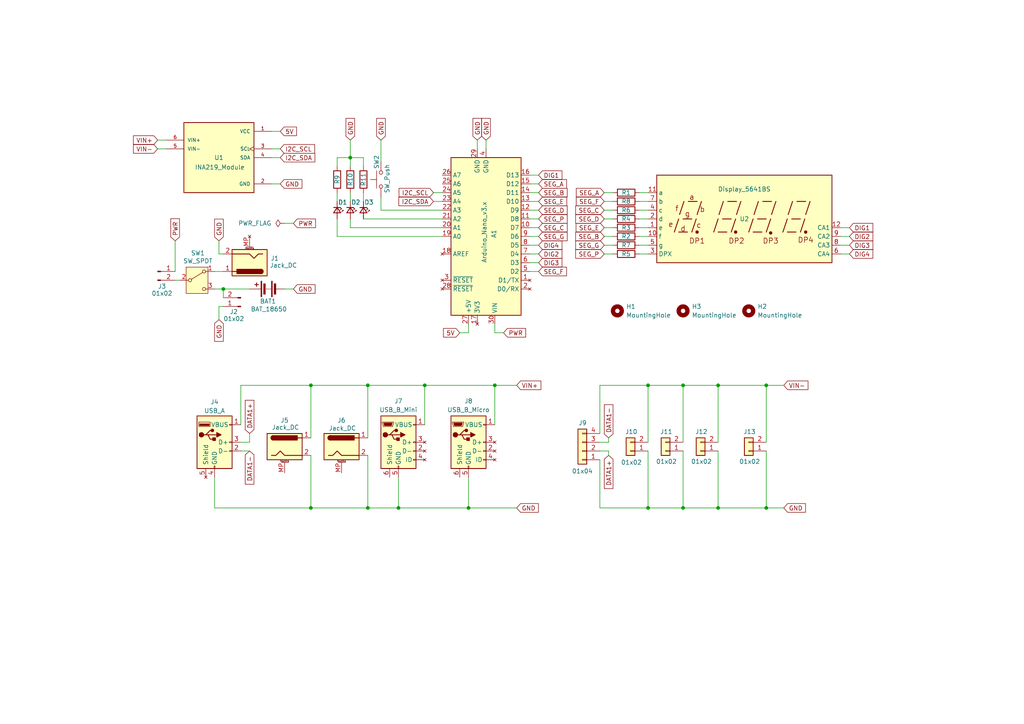
<source format=kicad_sch>
(kicad_sch (version 20250114) (generator "eeschema") (generator_version "9.0")
  (paper "A4")
  (lib_symbols
    (symbol "Barrel_Jack_MountingPin_1" (pin_names (hide yes))
      (property "Reference" "J1" (at -6.35 -1.6257 0))
      (property "Value" "Jack_DC" (at -6.35 0.9143 0))
      (symbol "Barrel_Jack_MountingPin_1_0_1"
        (rectangle (start -5.08 3.81) (end 5.08 -3.81) (stroke (width 0.254)) (fill (type background)))
        (polyline (pts (xy -3.81 -2.54) (xy -2.54 -2.54) (xy -1.27 -1.27) (xy 0 -2.54) (xy 2.54 -2.54) (xy 5.08 -2.54)) (stroke (width 0.254)))
        (arc (start -3.302 1.905) (mid -3.9343 2.54) (end -3.302 3.175) (stroke (width 0.254)))
        (arc (start -3.302 1.905) (mid -3.9343 2.54) (end -3.302 3.175) (stroke (width 0.254)) (fill (type outline)))
        (rectangle (start 3.683 3.175) (end -3.302 1.905) (stroke (width 0.254)) (fill (type outline)))
        (polyline (pts (xy 5.08 2.54) (xy 3.81 2.54)) (stroke (width 0.254)))
      )
      (symbol "Barrel_Jack_MountingPin_1_1_1"
        (polyline (pts (xy -1.016 -4.572) (xy 1.016 -4.572)) (stroke (width 0.1524)))
        (text "Mounting" (at 0 -4.191 0) (effects (font (size 0.381 0.381))))
        (pin no_connect line (at 0 -7.62 90) (length 3.048) (name "MountPin") (number "MP"))
        (pin passive line (at 7.62 2.54 180) (length 2.54) (name "~") (number "1"))
        (pin passive line (at 7.62 -2.54 180) (length 2.54) (name "~") (number "2"))
      )
    )
    (symbol "Barrel_Jack_MountingPin_2" (pin_names (hide yes))
      (property "Reference" "J4" (at 0 8.89 0))
      (property "Value" "Jack_DC" (at 0.254 6.096 0))
      (symbol "Barrel_Jack_MountingPin_2_0_1"
        (rectangle (start -5.08 3.81) (end 5.08 -3.81) (stroke (width 0.254)) (fill (type background)))
        (polyline (pts (xy -3.81 -2.54) (xy -2.54 -2.54) (xy -1.27 -1.27) (xy 0 -2.54) (xy 2.54 -2.54) (xy 5.08 -2.54)) (stroke (width 0.254)))
        (arc (start -3.302 1.905) (mid -3.9343 2.54) (end -3.302 3.175) (stroke (width 0.254)))
        (arc (start -3.302 1.905) (mid -3.9343 2.54) (end -3.302 3.175) (stroke (width 0.254)) (fill (type outline)))
        (rectangle (start 3.683 3.175) (end -3.302 1.905) (stroke (width 0.254)) (fill (type outline)))
        (polyline (pts (xy 5.08 2.54) (xy 3.81 2.54)) (stroke (width 0.254)))
      )
      (symbol "Barrel_Jack_MountingPin_2_1_1"
        (polyline (pts (xy -1.016 -4.572) (xy 1.016 -4.572)) (stroke (width 0.1524)))
        (text "Mounting" (at 0 -4.191 0) (effects (font (size 0.381 0.381))))
        (pin free line (at 0 -7.62 90) (length 3.048) (name "MountPin") (number "MP"))
        (pin power_out line (at 7.62 2.54 180) (length 2.54) (name "~") (number "1"))
        (pin passive line (at 7.62 -2.54 180) (length 2.54) (name "~") (number "2"))
      )
    )
    (symbol "Connector:Barrel_Jack_MountingPin" (pin_names (hide yes))
      (property "Reference" "J5" (at 0 8.89 0))
      (property "Value" "Jack_DC" (at 0.254 5.842 0))
      (symbol "Barrel_Jack_MountingPin_0_1"
        (rectangle (start -5.08 3.81) (end 5.08 -3.81) (stroke (width 0.254)) (fill (type background)))
        (polyline (pts (xy -3.81 -2.54) (xy -2.54 -2.54) (xy -1.27 -1.27) (xy 0 -2.54) (xy 2.54 -2.54) (xy 5.08 -2.54)) (stroke (width 0.254)))
        (arc (start -3.302 1.905) (mid -3.9343 2.54) (end -3.302 3.175) (stroke (width 0.254)))
        (arc (start -3.302 1.905) (mid -3.9343 2.54) (end -3.302 3.175) (stroke (width 0.254)) (fill (type outline)))
        (rectangle (start 3.683 3.175) (end -3.302 1.905) (stroke (width 0.254)) (fill (type outline)))
        (polyline (pts (xy 5.08 2.54) (xy 3.81 2.54)) (stroke (width 0.254)))
      )
      (symbol "Barrel_Jack_MountingPin_1_1"
        (polyline (pts (xy -1.016 -4.572) (xy 1.016 -4.572)) (stroke (width 0.1524)))
        (text "Mounting" (at 0 -4.191 0) (effects (font (size 0.381 0.381))))
        (pin free line (at 0 -7.62 90) (length 3.048) (name "MountPin") (number "MP"))
        (pin power_out line (at 7.62 2.54 180) (length 2.54) (name "~") (number "1"))
        (pin passive line (at 7.62 -2.54 180) (length 2.54) (name "~") (number "2"))
      )
    )
    (symbol "Connector:Conn_01x02_Pin" (pin_names (offset 1.016) (hide yes))
      (property "Reference" "J" (at 0 2.54 0))
      (property "Value" "Conn_01x02_Pin" (at 0 -5.08 0))
      (symbol "Conn_01x02_Pin_1_1"
        (rectangle (start 0.8636 0.127) (end 0 -0.127) (stroke (width 0.1524)) (fill (type outline)))
        (rectangle (start 0.8636 -2.413) (end 0 -2.667) (stroke (width 0.1524)) (fill (type outline)))
        (polyline (pts (xy 1.27 0) (xy 0.8636 0)) (stroke (width 0.1524)))
        (polyline (pts (xy 1.27 -2.54) (xy 0.8636 -2.54)) (stroke (width 0.1524)))
        (pin passive line (at 5.08 0 180) (length 3.81) (name "Pin_1") (number "1"))
        (pin passive line (at 5.08 -2.54 180) (length 3.81) (name "Pin_2") (number "2"))
      )
    )
    (symbol "Connector:USB_A" (pin_names (offset 1.016))
      (property "Reference" "J3" (at 0 12.7 0))
      (property "Value" "USB_A" (at 0 10.16 0))
      (symbol "USB_A_0_1"
        (rectangle (start -5.08 7.62) (end 5.08 -7.62) (stroke (width 0.254)) (fill (type background)))
        (circle (center -3.81 2.159) (radius 0.635) (stroke (width 0.254)) (fill (type outline)))
        (polyline (pts (xy -3.175 2.159) (xy -2.54 2.159) (xy -1.27 3.429) (xy -0.635 3.429)) (stroke (width 0.254)))
        (polyline (pts (xy -2.54 2.159) (xy -1.905 2.159) (xy -1.27 0.889) (xy 0 0.889)) (stroke (width 0.254)))
        (rectangle (start -1.524 4.826) (end -4.318 5.334) (fill (type outline)))
        (rectangle (start -1.27 4.572) (end -4.572 5.842))
        (circle (center -0.635 3.429) (radius 0.381) (stroke (width 0.254)) (fill (type outline)))
        (rectangle (start -0.127 -7.62) (end 0.127 -6.858))
        (rectangle (start 0.254 1.27) (end -0.508 0.508) (stroke (width 0.254)) (fill (type outline)))
        (polyline (pts (xy 0.635 2.794) (xy 0.635 1.524) (xy 1.905 2.159) (xy 0.635 2.794)) (stroke (width 0.254)) (fill (type outline)))
        (rectangle (start 5.08 4.953) (end 4.318 5.207))
        (rectangle (start 5.08 -0.127) (end 4.318 0.127))
        (rectangle (start 5.08 -2.667) (end 4.318 -2.413))
      )
      (symbol "USB_A_1_1"
        (polyline (pts (xy -1.905 2.159) (xy 0.635 2.159)) (stroke (width 0.254)))
        (pin no_connect line (at -2.54 -10.16 90) (length 2.54) (name "Shield") (number "5"))
        (pin passive line (at 0 -10.16 90) (length 2.54) (name "GND") (number "4"))
        (pin power_out line (at 7.62 5.08 180) (length 2.54) (name "VBUS") (number "1"))
        (pin bidirectional line (at 7.62 0 180) (length 2.54) (name "D+") (number "3"))
        (pin bidirectional line (at 7.62 -2.54 180) (length 2.54) (name "D-") (number "2"))
      )
    )
    (symbol "Connector:USB_B_Micro" (pin_names (offset 1.016))
      (property "Reference" "J7" (at 0 12.7 0))
      (property "Value" "USB_B_Micro" (at 0 10.16 0))
      (symbol "USB_B_Micro_0_1"
        (rectangle (start -5.08 7.62) (end 5.08 -7.62) (stroke (width 0.254)) (fill (type background)))
        (polyline (pts (xy -4.699 5.842) (xy -4.699 5.588) (xy -4.445 4.826) (xy -4.445 4.572) (xy -1.651 4.572) (xy -1.651 4.826) (xy -1.397 5.588) (xy -1.397 5.842) (xy -4.699 5.842)))
        (polyline (pts (xy -4.318 5.588) (xy -1.778 5.588) (xy -2.032 4.826) (xy -4.064 4.826) (xy -4.318 5.588)) (fill (type outline)))
        (circle (center -3.81 2.159) (radius 0.635) (stroke (width 0.254)) (fill (type outline)))
        (polyline (pts (xy -3.175 2.159) (xy -2.54 2.159) (xy -1.27 3.429) (xy -0.635 3.429)) (stroke (width 0.254)))
        (polyline (pts (xy -2.54 2.159) (xy -1.905 2.159) (xy -1.27 0.889) (xy 0 0.889)) (stroke (width 0.254)))
        (polyline (pts (xy -1.905 2.159) (xy 0.635 2.159)) (stroke (width 0.254)))
        (circle (center -0.635 3.429) (radius 0.381) (stroke (width 0.254)) (fill (type outline)))
        (rectangle (start -0.127 -7.62) (end 0.127 -6.858))
        (rectangle (start 0.254 1.27) (end -0.508 0.508) (stroke (width 0.254)) (fill (type outline)))
        (polyline (pts (xy 0.635 2.794) (xy 0.635 1.524) (xy 1.905 2.159) (xy 0.635 2.794)) (stroke (width 0.254)) (fill (type outline)))
        (rectangle (start 5.08 4.953) (end 4.318 5.207))
        (rectangle (start 5.08 -0.127) (end 4.318 0.127))
        (rectangle (start 5.08 -2.667) (end 4.318 -2.413))
        (rectangle (start 5.08 -5.207) (end 4.318 -4.953))
      )
      (symbol "USB_B_Micro_1_1"
        (pin free line (at -2.54 -10.16 90) (length 2.54) (name "Shield") (number "6"))
        (pin passive line (at 0 -10.16 90) (length 2.54) (name "GND") (number "5"))
        (pin power_out line (at 7.62 5.08 180) (length 2.54) (name "VBUS") (number "1"))
        (pin no_connect line (at 7.62 0 180) (length 2.54) (name "D+") (number "3"))
        (pin no_connect line (at 7.62 -2.54 180) (length 2.54) (name "D-") (number "2"))
        (pin no_connect line (at 7.62 -5.08 180) (length 2.54) (name "ID") (number "4"))
      )
    )
    (symbol "Connector:USB_B_Mini" (pin_names (offset 1.016))
      (property "Reference" "J6" (at 0 12.7 0))
      (property "Value" "USB_B_Mini" (at 0 10.16 0))
      (symbol "USB_B_Mini_0_1"
        (rectangle (start -5.08 7.62) (end 5.08 -7.62) (stroke (width 0.254)) (fill (type background)))
        (polyline (pts (xy -4.699 5.842) (xy -4.699 5.588) (xy -4.445 4.826) (xy -4.445 4.572) (xy -1.651 4.572) (xy -1.651 4.826) (xy -1.397 5.588) (xy -1.397 5.842) (xy -4.699 5.842)))
        (polyline (pts (xy -4.318 5.588) (xy -1.778 5.588) (xy -2.032 4.826) (xy -4.064 4.826) (xy -4.318 5.588)) (fill (type outline)))
        (circle (center -3.81 2.159) (radius 0.635) (stroke (width 0.254)) (fill (type outline)))
        (polyline (pts (xy -3.175 2.159) (xy -2.54 2.159) (xy -1.27 3.429) (xy -0.635 3.429)) (stroke (width 0.254)))
        (polyline (pts (xy -2.54 2.159) (xy -1.905 2.159) (xy -1.27 0.889) (xy 0 0.889)) (stroke (width 0.254)))
        (polyline (pts (xy -1.905 2.159) (xy 0.635 2.159)) (stroke (width 0.254)))
        (circle (center -0.635 3.429) (radius 0.381) (stroke (width 0.254)) (fill (type outline)))
        (rectangle (start -0.127 -7.62) (end 0.127 -6.858))
        (rectangle (start 0.254 1.27) (end -0.508 0.508) (stroke (width 0.254)) (fill (type outline)))
        (polyline (pts (xy 0.635 2.794) (xy 0.635 1.524) (xy 1.905 2.159) (xy 0.635 2.794)) (stroke (width 0.254)) (fill (type outline)))
        (rectangle (start 5.08 4.953) (end 4.318 5.207))
        (rectangle (start 5.08 -0.127) (end 4.318 0.127))
        (rectangle (start 5.08 -2.667) (end 4.318 -2.413))
        (rectangle (start 5.08 -5.207) (end 4.318 -4.953))
      )
      (symbol "USB_B_Mini_1_1"
        (pin free line (at -2.54 -10.16 90) (length 2.54) (name "Shield") (number "6"))
        (pin passive line (at 0 -10.16 90) (length 2.54) (name "GND") (number "5"))
        (pin power_out line (at 7.62 5.08 180) (length 2.54) (name "VBUS") (number "1"))
        (pin no_connect line (at 7.62 0 180) (length 2.54) (name "D+") (number "3"))
        (pin no_connect line (at 7.62 -2.54 180) (length 2.54) (name "D-") (number "2"))
        (pin no_connect line (at 7.62 -5.08 180) (length 2.54) (name "ID") (number "4"))
      )
    )
    (symbol "Connector_Generic:Conn_01x02" (pin_names (offset 1.016) (hide yes))
      (property "Reference" "J" (at 0 2.54 0))
      (property "Value" "Conn_01x02" (at 0 -5.08 0))
      (symbol "Conn_01x02_1_1"
        (rectangle (start -1.27 1.27) (end 1.27 -3.81) (stroke (width 0.254)) (fill (type background)))
        (rectangle (start -1.27 0.127) (end 0 -0.127) (stroke (width 0.1524)))
        (rectangle (start -1.27 -2.413) (end 0 -2.667) (stroke (width 0.1524)))
        (pin passive line (at -5.08 0 0) (length 3.81) (name "Pin_1") (number "1"))
        (pin passive line (at -5.08 -2.54 0) (length 3.81) (name "Pin_2") (number "2"))
      )
    )
    (symbol "Connector_Generic:Conn_01x04" (pin_names (offset 1.016) (hide yes))
      (property "Reference" "J" (at 0 5.08 0))
      (property "Value" "Conn_01x04" (at 0 -7.62 0))
      (symbol "Conn_01x04_1_1"
        (rectangle (start -1.27 3.81) (end 1.27 -6.35) (stroke (width 0.254)) (fill (type background)))
        (rectangle (start -1.27 2.667) (end 0 2.413) (stroke (width 0.1524)))
        (rectangle (start -1.27 0.127) (end 0 -0.127) (stroke (width 0.1524)))
        (rectangle (start -1.27 -2.413) (end 0 -2.667) (stroke (width 0.1524)))
        (rectangle (start -1.27 -4.953) (end 0 -5.207) (stroke (width 0.1524)))
        (pin passive line (at -5.08 2.54 0) (length 3.81) (name "Pin_1") (number "1"))
        (pin passive line (at -5.08 0 0) (length 3.81) (name "Pin_2") (number "2"))
        (pin passive line (at -5.08 -2.54 0) (length 3.81) (name "Pin_3") (number "3"))
        (pin passive line (at -5.08 -5.08 0) (length 3.81) (name "Pin_4") (number "4"))
      )
    )
    (symbol "Custom:INA219_Module" (pin_names (offset 1.016))
      (property "Reference" "U1" (at 0 15.24 0))
      (property "Value" "INA219_Module" (at 0 12.7 0))
      (symbol "INA219_Module_0_0"
        (rectangle (start -10.16 10.16) (end 10.16 -10.16) (stroke (width 0.254)) (fill (type background)))
        (pin input line (at -15.24 5.08 0) (length 5.08) (name "VIN+") (number "6"))
        (pin input line (at -15.24 2.54 0) (length 5.08) (name "VIN-") (number "5"))
        (pin power_in line (at 15.24 7.62 180) (length 5.08) (name "VCC") (number "1"))
        (pin input clock (at 15.24 2.54 180) (length 5.08) (name "SCL") (number "3"))
        (pin bidirectional line (at 15.24 0 180) (length 5.08) (name "SDA") (number "4"))
        (pin power_in line (at 15.24 -7.62 180) (length 5.08) (name "GND") (number "2"))
      )
      (symbol "INA219_Module_1_0"
        (pin no_connect line (at 15.24 -5.08 180) (length 5.08) (hide yes) (name "SHIELD") (number "SH1"))
      )
    )
    (symbol "Device:Battery" (pin_numbers (hide yes)) (pin_names (offset 0) (hide yes))
      (property "Reference" "BT" (at 2.54 2.54 0))
      (property "Value" "Battery" (at 2.54 0 0))
      (symbol "Battery_0_1"
        (rectangle (start -2.286 1.778) (end 2.286 1.524) (fill (type outline)))
        (rectangle (start -2.286 -1.27) (end 2.286 -1.524) (fill (type outline)))
        (rectangle (start -1.524 1.016) (end 1.524 0.508) (fill (type outline)))
        (rectangle (start -1.524 -2.032) (end 1.524 -2.54) (fill (type outline)))
        (polyline (pts (xy 0 1.778) (xy 0 2.54)))
        (polyline (pts (xy 0 0) (xy 0 0.254)))
        (polyline (pts (xy 0 -0.508) (xy 0 -0.254)))
        (polyline (pts (xy 0 -1.016) (xy 0 -0.762)))
        (polyline (pts (xy 0.762 3.048) (xy 1.778 3.048)) (stroke (width 0.254)))
        (polyline (pts (xy 1.27 3.556) (xy 1.27 2.54)) (stroke (width 0.254)))
      )
      (symbol "Battery_1_1"
        (pin passive line (at 0 5.08 270) (length 2.54) (name "+") (number "1"))
        (pin passive line (at 0 -5.08 90) (length 2.54) (name "-") (number "2"))
      )
    )
    (symbol "Device:R" (pin_numbers (hide yes)) (pin_names (offset 0))
      (property "Reference" "R" (at 2.032 0 90))
      (property "Value" "R" (at 0 0 90))
      (symbol "R_0_1"
        (rectangle (start -1.016 -2.54) (end 1.016 2.54) (stroke (width 0.254)))
      )
      (symbol "R_1_1"
        (pin passive line (at 0 3.81 270) (length 1.27) (name "~") (number "1"))
        (pin passive line (at 0 -3.81 90) (length 1.27) (name "~") (number "2"))
      )
    )
    (symbol "Display_Character:CA56-12CGKWA"
      (property "Reference" "U" (at -24.13 13.97 0))
      (property "Value" "CA56-12CGKWA" (at 17.78 13.97 0))
      (symbol "CA56-12CGKWA_0_0"
        (rectangle (start -25.4 12.7) (end 25.4 -12.7) (stroke (width 0.254)) (fill (type background)))
        (polyline (pts (xy -20.32 -3.81) (xy -19.05 0)) (stroke (width 0.254)))
        (polyline (pts (xy -19.05 -3.81) (xy -16.51 -3.81)) (stroke (width 0.254)))
        (polyline (pts (xy -18.796 1.27) (xy -17.526 5.08)) (stroke (width 0.254)))
        (polyline (pts (xy -17.78 0) (xy -15.24 0)) (stroke (width 0.254)))
        (polyline (pts (xy -16.256 5.08) (xy -13.716 5.08)) (stroke (width 0.254)))
        (polyline (pts (xy -15.24 -3.81) (xy -13.97 0)) (stroke (width 0.254)))
        (polyline (pts (xy -13.716 1.27) (xy -12.446 5.08)) (stroke (width 0.254)))
        (polyline (pts (xy -8.89 -3.81) (xy -7.62 0)) (stroke (width 0.254)))
        (polyline (pts (xy -7.62 -3.81) (xy -5.08 -3.81)) (stroke (width 0.254)))
        (polyline (pts (xy -7.366 1.27) (xy -6.096 5.08)) (stroke (width 0.254)))
        (polyline (pts (xy -6.35 0) (xy -3.81 0)) (stroke (width 0.254)))
        (polyline (pts (xy -4.826 5.08) (xy -2.286 5.08)) (stroke (width 0.254)))
        (polyline (pts (xy -3.81 -3.81) (xy -2.54 0)) (stroke (width 0.254)))
        (polyline (pts (xy -2.286 1.27) (xy -1.016 5.08)) (stroke (width 0.254)))
        (polyline (pts (xy 1.27 -3.81) (xy 2.54 0)) (stroke (width 0.254)))
        (polyline (pts (xy 2.54 -3.81) (xy 5.08 -3.81)) (stroke (width 0.254)))
        (polyline (pts (xy 2.794 1.27) (xy 4.064 5.08)) (stroke (width 0.254)))
        (polyline (pts (xy 3.81 0) (xy 6.35 0)) (stroke (width 0.254)))
        (polyline (pts (xy 5.334 5.08) (xy 7.874 5.08)) (stroke (width 0.254)))
        (polyline (pts (xy 6.35 -3.81) (xy 7.62 0)) (stroke (width 0.254)))
        (polyline (pts (xy 7.874 1.27) (xy 9.144 5.08)) (stroke (width 0.254)))
        (polyline (pts (xy 11.176 -3.81) (xy 12.446 0)) (stroke (width 0.254)))
        (polyline (pts (xy 12.446 -3.81) (xy 14.986 -3.81)) (stroke (width 0.254)))
        (polyline (pts (xy 12.7 1.27) (xy 13.97 5.08)) (stroke (width 0.254)))
        (polyline (pts (xy 13.716 0) (xy 16.256 0)) (stroke (width 0.254)))
        (polyline (pts (xy 15.24 5.08) (xy 17.78 5.08)) (stroke (width 0.254)))
        (polyline (pts (xy 16.256 -3.81) (xy 17.526 0)) (stroke (width 0.254)))
        (polyline (pts (xy 17.78 1.27) (xy 19.05 5.08)) (stroke (width 0.254)))
        (text "e" (at -21.336 -1.524 0) (effects (font (size 1.524 1.524))))
        (text "f" (at -19.558 3.048 0) (effects (font (size 1.524 1.524))))
        (text "d" (at -17.78 -2.794 0) (effects (font (size 1.524 1.524))))
        (text "g" (at -16.51 1.524 0) (effects (font (size 1.524 1.524))))
        (text "a" (at -15.24 6.35 0) (effects (font (size 1.524 1.524))))
        (text "DP1" (at -13.716 -6.35 0) (effects (font (size 1.524 1.524))))
        (text "c" (at -13.208 -1.778 0) (effects (font (size 1.524 1.524))))
        (text "b" (at -12.192 2.794 0) (effects (font (size 1.524 1.524))))
        (text "DP2" (at -2.286 -6.35 0) (effects (font (size 1.524 1.524))))
        (text "DP3" (at 7.62 -6.35 0) (effects (font (size 1.524 1.524))))
        (text "DP4" (at 17.78 -6.096 0) (effects (font (size 1.524 1.524))))
      )
      (symbol "CA56-12CGKWA_0_1"
        (circle (center -13.716 -3.81) (radius 0.3556) (stroke (width 0.254)) (fill (type outline)))
        (circle (center -2.54 -3.81) (radius 0.3556) (stroke (width 0.254)) (fill (type outline)))
      )
      (symbol "CA56-12CGKWA_1_0"
        (circle (center 7.62 -4.064) (radius 0.3556) (stroke (width 0.254)) (fill (type outline)))
        (circle (center 17.78 -3.81) (radius 0.3556) (stroke (width 0.254)) (fill (type outline)))
      )
      (symbol "CA56-12CGKWA_1_1"
        (pin input line (at -27.94 7.62 0) (length 2.54) (name "a") (number "11"))
        (pin input line (at -27.94 5.08 0) (length 2.54) (name "b") (number "7"))
        (pin input line (at -27.94 2.54 0) (length 2.54) (name "c") (number "4"))
        (pin input line (at -27.94 0 0) (length 2.54) (name "d") (number "2"))
        (pin input line (at -27.94 -2.54 0) (length 2.54) (name "e") (number "1"))
        (pin input line (at -27.94 -5.08 0) (length 2.54) (name "f") (number "10"))
        (pin input line (at -27.94 -7.62 0) (length 2.54) (name "g") (number "5"))
        (pin input line (at -27.94 -10.16 0) (length 2.54) (name "DPX") (number "3"))
        (pin input line (at 27.94 -2.54 180) (length 2.54) (name "CA1") (number "12"))
        (pin input line (at 27.94 -5.08 180) (length 2.54) (name "CA2") (number "9"))
        (pin input line (at 27.94 -7.62 180) (length 2.54) (name "CA3") (number "8"))
        (pin input line (at 27.94 -10.16 180) (length 2.54) (name "CA4") (number "6"))
      )
    )
    (symbol "MCU_Module:Arduino_Nano_v3.x"
      (property "Reference" "A1" (at -2.286 -2.032 90))
      (property "Value" "Arduino_Nano_v3.x" (at 0.508 -10.16 90))
      (symbol "Arduino_Nano_v3.x_0_1"
        (rectangle (start -10.16 22.86) (end 10.16 -22.86) (stroke (width 0.254)) (fill (type background)))
      )
      (symbol "Arduino_Nano_v3.x_1_1"
        (pin no_connect line (at -12.7 15.24 0) (length 2.54) (name "D0/RX") (number "2"))
        (pin no_connect line (at -12.7 12.7 0) (length 2.54) (name "D1/TX") (number "1"))
        (pin bidirectional line (at -12.7 10.16 0) (length 2.54) (name "D2") (number "5"))
        (pin bidirectional line (at -12.7 7.62 0) (length 2.54) (name "D3") (number "6"))
        (pin bidirectional line (at -12.7 5.08 0) (length 2.54) (name "D4") (number "7"))
        (pin bidirectional line (at -12.7 2.54 0) (length 2.54) (name "D5") (number "8"))
        (pin bidirectional line (at -12.7 0 0) (length 2.54) (name "D6") (number "9"))
        (pin bidirectional line (at -12.7 -2.54 0) (length 2.54) (name "D7") (number "10"))
        (pin bidirectional line (at -12.7 -5.08 0) (length 2.54) (name "D8") (number "11"))
        (pin bidirectional line (at -12.7 -7.62 0) (length 2.54) (name "D9") (number "12"))
        (pin bidirectional line (at -12.7 -10.16 0) (length 2.54) (name "D10") (number "13"))
        (pin bidirectional line (at -12.7 -12.7 0) (length 2.54) (name "D11") (number "14"))
        (pin bidirectional line (at -12.7 -15.24 0) (length 2.54) (name "D12") (number "15"))
        (pin bidirectional line (at -12.7 -17.78 0) (length 2.54) (name "D13") (number "16"))
        (pin power_in line (at -2.54 25.4 270) (length 2.54) (name "VIN") (number "30"))
        (pin power_out line (at 0 -25.4 90) (length 2.54) (name "GND") (number "4"))
        (pin no_connect line (at 2.54 25.4 270) (length 2.54) (name "3V3") (number "17"))
        (pin power_out line (at 2.54 -25.4 90) (length 2.54) (name "GND") (number "29"))
        (pin power_out line (at 5.08 25.4 270) (length 2.54) (name "+5V") (number "27"))
        (pin no_connect line (at 12.7 15.24 180) (length 2.54) (name "~{RESET}") (number "28"))
        (pin no_connect line (at 12.7 12.7 180) (length 2.54) (name "~{RESET}") (number "3"))
        (pin no_connect line (at 12.7 5.08 180) (length 2.54) (name "AREF") (number "18"))
        (pin bidirectional line (at 12.7 0 180) (length 2.54) (name "A0") (number "19"))
        (pin bidirectional line (at 12.7 -2.54 180) (length 2.54) (name "A1") (number "20"))
        (pin bidirectional line (at 12.7 -5.08 180) (length 2.54) (name "A2") (number "21"))
        (pin bidirectional line (at 12.7 -7.62 180) (length 2.54) (name "A3") (number "22"))
        (pin bidirectional line (at 12.7 -10.16 180) (length 2.54) (name "A4") (number "23"))
        (pin bidirectional line (at 12.7 -12.7 180) (length 2.54) (name "A5") (number "24"))
        (pin free line (at 12.7 -15.24 180) (length 2.54) (name "A6") (number "25"))
        (pin free line (at 12.7 -17.78 180) (length 2.54) (name "A7") (number "26"))
      )
    )
    (symbol "Mechanical:MountingHole" (pin_names (offset 1.016)) (in_bom no)
      (property "Reference" "H" (at 0 5.08 0))
      (property "Value" "MountingHole" (at 0 3.175 0))
      (symbol "MountingHole_0_1"
        (circle (center 0 0) (radius 1.27) (stroke (width 1.27)))
      )
    )
    (symbol "PCM_SparkFun-LED:LED" (pin_numbers (hide yes)) (pin_names (offset 1.016) (hide yes))
      (property "Reference" "D" (at 0 2.54 0))
      (property "Value" "LED" (at 0 -2.54 0))
      (symbol "LED_0_1"
        (polyline (pts (xy -0.762 -1.016) (xy -0.762 1.016)) (stroke (width 0.254)))
        (polyline (pts (xy 0 0.762) (xy -0.508 1.27) (xy -0.254 1.27) (xy -0.508 1.27) (xy -0.508 1.016)))
        (polyline (pts (xy 0.508 1.27) (xy 0 1.778) (xy 0.254 1.778) (xy 0 1.778) (xy 0 1.524)))
        (polyline (pts (xy 0.762 -1.016) (xy -0.762 0) (xy 0.762 1.016) (xy 0.762 -1.016)) (stroke (width 0.254)))
        (polyline (pts (xy 1.016 0) (xy -0.762 0)))
      )
      (symbol "LED_1_1"
        (pin passive line (at -2.54 0 0) (length 1.778) (name "K") (number "1"))
        (pin passive line (at 2.54 0 180) (length 1.778) (name "A") (number "2"))
      )
    )
    (symbol "Switch:SW_Push" (pin_numbers (hide yes)) (pin_names (offset 1.016) (hide yes))
      (property "Reference" "SW" (at 1.27 2.54 0))
      (property "Value" "SW_Push" (at 0 -1.524 0))
      (symbol "SW_Push_0_1"
        (circle (center -2.032 0) (radius 0.508))
        (polyline (pts (xy 0 1.27) (xy 0 3.048)))
        (circle (center 2.032 0) (radius 0.508))
        (polyline (pts (xy 2.54 1.27) (xy -2.54 1.27)))
        (pin passive line (at -5.08 0 0) (length 2.54) (name "1") (number "1"))
        (pin passive line (at 5.08 0 180) (length 2.54) (name "2") (number "2"))
      )
    )
    (symbol "Switch:SW_SPDT" (pin_names (offset 0) (hide yes))
      (property "Reference" "SW" (at 0 5.08 0))
      (property "Value" "SW_SPDT" (at 0 -5.08 0))
      (symbol "SW_SPDT_0_1"
        (circle (center -2.032 0) (radius 0.4572))
        (polyline (pts (xy -1.651 0.254) (xy 1.651 2.286)))
        (circle (center 2.032 2.54) (radius 0.4572))
        (circle (center 2.032 -2.54) (radius 0.4572))
      )
      (symbol "SW_SPDT_1_1"
        (rectangle (start -3.175 3.81) (end 3.175 -3.81) (fill (type background)))
        (pin passive line (at -5.08 0 0) (length 2.54) (name "B") (number "2"))
        (pin passive line (at 5.08 2.54 180) (length 2.54) (name "A") (number "1"))
        (pin passive line (at 5.08 -2.54 180) (length 2.54) (name "C") (number "3"))
      )
    )
    (symbol "power:PWR_FLAG" (power) (pin_numbers (hide yes)) (pin_names (offset 0) (hide yes))
      (property "Value" "PWR_FLAG" (at 0 3.81 0))
      (symbol "PWR_FLAG_0_0"
        (pin power_out line (at 0 0 90) (length 0) (name "~") (number "1"))
      )
      (symbol "PWR_FLAG_0_1"
        (polyline (pts (xy 0 0) (xy 0 1.27) (xy -1.016 1.905) (xy 0 2.54) (xy 1.016 1.905) (xy 0 1.27)))
      )
    )
  )
  (junction (at 90.17 147.32))
  (junction (at 198.12 111.76))
  (junction (at 90.17 111.76))
  (junction (at 143.51 111.76))
  (junction (at 64.77 83.82))
  (junction (at 208.28 111.76))
  (junction (at 115.57 147.32))
  (junction (at 123.19 111.76))
  (junction (at 187.96 111.76))
  (junction (at 135.89 147.32))
  (junction (at 106.68 111.76))
  (junction (at 222.25 147.32))
  (junction (at 198.12 147.32))
  (junction (at 208.28 147.32))
  (junction (at 187.96 147.32))
  (junction (at 106.68 147.32))
  (junction (at 101.6 45.72))
  (junction (at 222.25 111.76))
  (wire (pts (xy 146.05 96.52) (xy 143.51 96.52)))
  (wire (pts (xy 138.43 40.64) (xy 138.43 43.18)))
  (wire (pts (xy 106.68 147.32) (xy 115.57 147.32)))
  (wire (pts (xy 52.07 81.28) (xy 50.8 81.28)))
  (wire (pts (xy 90.17 111.76) (xy 90.17 127)))
  (wire (pts (xy 45.72 40.64) (xy 48.26 40.64)))
  (wire (pts (xy 101.6 58.42) (xy 101.6 55.88)))
  (wire (pts (xy 78.74 45.72) (xy 81.28 45.72)))
  (wire (pts (xy 173.99 147.32) (xy 187.96 147.32)))
  (wire (pts (xy 187.96 111.76) (xy 198.12 111.76)))
  (wire (pts (xy 176.53 132.08) (xy 176.53 130.81)))
  (wire (pts (xy 133.35 96.52) (xy 135.89 96.52)))
  (wire (pts (xy 208.28 147.32) (xy 222.25 147.32)))
  (wire (pts (xy 187.96 147.32) (xy 198.12 147.32)))
  (wire (pts (xy 187.96 58.42) (xy 185.42 58.42)))
  (wire (pts (xy 198.12 111.76) (xy 208.28 111.76)))
  (wire (pts (xy 176.53 127) (xy 176.53 128.27)))
  (wire (pts (xy 175.26 63.5) (xy 177.8 63.5)))
  (wire (pts (xy 187.96 68.58) (xy 185.42 68.58)))
  (wire (pts (xy 135.89 96.52) (xy 135.89 93.98)))
  (wire (pts (xy 153.67 55.88) (xy 156.21 55.88)))
  (wire (pts (xy 69.85 111.76) (xy 69.85 123.19)))
  (wire (pts (xy 187.96 66.04) (xy 185.42 66.04)))
  (wire (pts (xy 173.99 133.35) (xy 173.99 147.32)))
  (wire (pts (xy 175.26 73.66) (xy 177.8 73.66)))
  (wire (pts (xy 187.96 63.5) (xy 185.42 63.5)))
  (wire (pts (xy 153.67 60.96) (xy 156.21 60.96)))
  (wire (pts (xy 153.67 68.58) (xy 156.21 68.58)))
  (wire (pts (xy 176.53 130.81) (xy 173.99 130.81)))
  (wire (pts (xy 175.26 60.96) (xy 177.8 60.96)))
  (wire (pts (xy 63.5 69.85) (xy 63.5 73.66)))
  (wire (pts (xy 243.84 71.12) (xy 246.38 71.12)))
  (wire (pts (xy 97.79 68.58) (xy 97.79 63.5)))
  (wire (pts (xy 222.25 130.81) (xy 222.25 147.32)))
  (wire (pts (xy 63.5 73.66) (xy 64.77 73.66)))
  (wire (pts (xy 222.25 111.76) (xy 227.33 111.76)))
  (wire (pts (xy 62.23 147.32) (xy 90.17 147.32)))
  (wire (pts (xy 175.26 58.42) (xy 177.8 58.42)))
  (wire (pts (xy 97.79 68.58) (xy 128.27 68.58)))
  (wire (pts (xy 222.25 111.76) (xy 222.25 128.27)))
  (wire (pts (xy 62.23 83.82) (xy 64.77 83.82)))
  (wire (pts (xy 143.51 111.76) (xy 143.51 123.19)))
  (wire (pts (xy 90.17 147.32) (xy 106.68 147.32)))
  (wire (pts (xy 115.57 147.32) (xy 135.89 147.32)))
  (wire (pts (xy 69.85 111.76) (xy 90.17 111.76)))
  (wire (pts (xy 173.99 111.76) (xy 187.96 111.76)))
  (wire (pts (xy 115.57 138.43) (xy 115.57 147.32)))
  (wire (pts (xy 101.6 66.04) (xy 128.27 66.04)))
  (wire (pts (xy 82.55 83.82) (xy 85.09 83.82)))
  (wire (pts (xy 175.26 55.88) (xy 177.8 55.88)))
  (wire (pts (xy 153.67 63.5) (xy 156.21 63.5)))
  (wire (pts (xy 140.97 40.64) (xy 140.97 43.18)))
  (wire (pts (xy 243.84 68.58) (xy 246.38 68.58)))
  (wire (pts (xy 153.67 76.2) (xy 156.21 76.2)))
  (wire (pts (xy 208.28 130.81) (xy 208.28 147.32)))
  (wire (pts (xy 187.96 71.12) (xy 185.42 71.12)))
  (wire (pts (xy 125.73 55.88) (xy 128.27 55.88)))
  (wire (pts (xy 135.89 138.43) (xy 135.89 147.32)))
  (wire (pts (xy 64.77 83.82) (xy 72.39 83.82)))
  (wire (pts (xy 97.79 45.72) (xy 101.6 45.72)))
  (wire (pts (xy 125.73 58.42) (xy 128.27 58.42)))
  (wire (pts (xy 153.67 58.42) (xy 156.21 58.42)))
  (wire (pts (xy 64.77 83.82) (xy 64.77 86.36)))
  (wire (pts (xy 106.68 111.76) (xy 106.68 127)))
  (wire (pts (xy 135.89 147.32) (xy 149.86 147.32)))
  (wire (pts (xy 153.67 50.8) (xy 156.21 50.8)))
  (wire (pts (xy 64.77 78.74) (xy 62.23 78.74)))
  (wire (pts (xy 187.96 55.88) (xy 185.42 55.88)))
  (wire (pts (xy 187.96 73.66) (xy 185.42 73.66)))
  (wire (pts (xy 208.28 111.76) (xy 208.28 128.27)))
  (wire (pts (xy 62.23 138.43) (xy 62.23 147.32)))
  (wire (pts (xy 81.28 38.1) (xy 78.74 38.1)))
  (wire (pts (xy 63.5 92.71) (xy 63.5 88.9)))
  (wire (pts (xy 50.8 69.85) (xy 50.8 78.74)))
  (wire (pts (xy 198.12 111.76) (xy 198.12 128.27)))
  (wire (pts (xy 222.25 147.32) (xy 227.33 147.32)))
  (wire (pts (xy 175.26 68.58) (xy 177.8 68.58)))
  (wire (pts (xy 198.12 130.81) (xy 198.12 147.32)))
  (wire (pts (xy 106.68 111.76) (xy 123.19 111.76)))
  (wire (pts (xy 153.67 66.04) (xy 156.21 66.04)))
  (wire (pts (xy 97.79 45.72) (xy 97.79 48.26)))
  (wire (pts (xy 187.96 111.76) (xy 187.96 128.27)))
  (wire (pts (xy 90.17 132.08) (xy 90.17 147.32)))
  (wire (pts (xy 101.6 45.72) (xy 105.41 45.72)))
  (wire (pts (xy 143.51 93.98) (xy 143.51 96.52)))
  (wire (pts (xy 101.6 66.04) (xy 101.6 63.5)))
  (wire (pts (xy 45.72 43.18) (xy 48.26 43.18)))
  (wire (pts (xy 110.49 57.15) (xy 110.49 60.96)))
  (wire (pts (xy 175.26 71.12) (xy 177.8 71.12)))
  (wire (pts (xy 105.41 58.42) (xy 105.41 55.88)))
  (wire (pts (xy 175.26 66.04) (xy 177.8 66.04)))
  (wire (pts (xy 143.51 111.76) (xy 149.86 111.76)))
  (wire (pts (xy 123.19 111.76) (xy 123.19 123.19)))
  (wire (pts (xy 63.5 88.9) (xy 64.77 88.9)))
  (wire (pts (xy 110.49 46.99) (xy 110.49 40.64)))
  (wire (pts (xy 97.79 55.88) (xy 97.79 58.42)))
  (wire (pts (xy 106.68 132.08) (xy 106.68 147.32)))
  (wire (pts (xy 110.49 60.96) (xy 128.27 60.96)))
  (wire (pts (xy 90.17 111.76) (xy 106.68 111.76)))
  (wire (pts (xy 72.39 125.73) (xy 72.39 128.27)))
  (wire (pts (xy 105.41 45.72) (xy 105.41 48.26)))
  (wire (pts (xy 243.84 66.04) (xy 246.38 66.04)))
  (wire (pts (xy 153.67 73.66) (xy 156.21 73.66)))
  (wire (pts (xy 187.96 130.81) (xy 187.96 147.32)))
  (wire (pts (xy 208.28 111.76) (xy 222.25 111.76)))
  (wire (pts (xy 81.28 53.34) (xy 78.74 53.34)))
  (wire (pts (xy 187.96 60.96) (xy 185.42 60.96)))
  (wire (pts (xy 101.6 40.64) (xy 101.6 45.72)))
  (wire (pts (xy 153.67 53.34) (xy 156.21 53.34)))
  (wire (pts (xy 123.19 111.76) (xy 143.51 111.76)))
  (wire (pts (xy 82.55 64.77) (xy 85.09 64.77)))
  (wire (pts (xy 173.99 111.76) (xy 173.99 125.73)))
  (wire (pts (xy 78.74 43.18) (xy 81.28 43.18)))
  (wire (pts (xy 153.67 71.12) (xy 156.21 71.12)))
  (wire (pts (xy 198.12 147.32) (xy 208.28 147.32)))
  (wire (pts (xy 243.84 73.66) (xy 246.38 73.66)))
  (wire (pts (xy 105.41 63.5) (xy 128.27 63.5)))
  (wire (pts (xy 101.6 45.72) (xy 101.6 48.26)))
  (wire (pts (xy 72.39 130.81) (xy 69.85 130.81)))
  (wire (pts (xy 176.53 128.27) (xy 173.99 128.27)))
  (wire (pts (xy 72.39 128.27) (xy 69.85 128.27)))
  (wire (pts (xy 153.67 78.74) (xy 156.21 78.74)))
  (global_label "I2C_SDA" (shape input) (at 125.73 58.42 180) (property "Intersheetrefs" "${INTERSHEET_REFS}" (effects (hide yes))))
  (global_label "5V" (shape input) (at 81.28 38.1 0) (property "Intersheetrefs" "${INTERSHEET_REFS}" (effects (hide yes))))
  (global_label "GND" (shape input) (at 149.86 147.32 0) (property "Intersheetrefs" "${INTERSHEET_REFS}" (effects (hide yes))))
  (global_label "DATA1-" (shape input) (at 72.39 130.81 270) (property "Intersheetrefs" "${INTERSHEET_REFS}" (effects (hide yes))))
  (global_label "5V" (shape input) (at 133.35 96.52 180) (property "Intersheetrefs" "${INTERSHEET_REFS}" (effects (hide yes))))
  (global_label "SEG_G" (shape input) (at 175.26 71.12 180) (property "Intersheetrefs" "${INTERSHEET_REFS}" (effects (hide yes))))
  (global_label "DIG3" (shape input) (at 156.21 76.2 0) (property "Intersheetrefs" "${INTERSHEET_REFS}" (effects (hide yes))))
  (global_label "DIG2" (shape input) (at 246.38 68.58 0) (property "Intersheetrefs" "${INTERSHEET_REFS}" (effects (hide yes))))
  (global_label "VIN+" (shape input) (at 45.72 40.64 180) (property "Intersheetrefs" "${INTERSHEET_REFS}" (effects (hide yes))))
  (global_label "VIN-" (shape input) (at 45.72 43.18 180) (property "Intersheetrefs" "${INTERSHEET_REFS}" (effects (hide yes))))
  (global_label "SEG_G" (shape input) (at 156.21 68.58 0) (property "Intersheetrefs" "${INTERSHEET_REFS}" (effects (hide yes))))
  (global_label "I2C_SDA" (shape input) (at 81.28 45.72 0) (property "Intersheetrefs" "${INTERSHEET_REFS}" (effects (hide yes))))
  (global_label "SEG_E" (shape input) (at 156.21 58.42 0) (property "Intersheetrefs" "${INTERSHEET_REFS}" (effects (hide yes))))
  (global_label "GND" (shape input) (at 63.5 69.85 90) (property "Intersheetrefs" "${INTERSHEET_REFS}" (effects (hide yes))))
  (global_label "PWR" (shape input) (at 50.8 69.85 90) (property "Intersheetrefs" "${INTERSHEET_REFS}" (effects (hide yes))))
  (global_label "SEG_P" (shape input) (at 175.26 73.66 180) (property "Intersheetrefs" "${INTERSHEET_REFS}" (effects (hide yes))))
  (global_label "DIG1" (shape input) (at 156.21 50.8 0) (property "Intersheetrefs" "${INTERSHEET_REFS}" (effects (hide yes))))
  (global_label "GND" (shape input) (at 138.43 40.64 90) (property "Intersheetrefs" "${INTERSHEET_REFS}" (effects (hide yes))))
  (global_label "SEG_A" (shape input) (at 156.21 53.34 0) (property "Intersheetrefs" "${INTERSHEET_REFS}" (effects (hide yes))))
  (global_label "I2C_SCL" (shape input) (at 125.73 55.88 180) (property "Intersheetrefs" "${INTERSHEET_REFS}" (effects (hide yes))))
  (global_label "SEG_B" (shape input) (at 156.21 55.88 0) (property "Intersheetrefs" "${INTERSHEET_REFS}" (effects (hide yes))))
  (global_label "DATA1+" (shape input) (at 72.39 125.73 90) (property "Intersheetrefs" "${INTERSHEET_REFS}" (effects (hide yes))))
  (global_label "I2C_SCL" (shape input) (at 81.28 43.18 0) (property "Intersheetrefs" "${INTERSHEET_REFS}" (effects (hide yes))))
  (global_label "DIG1" (shape input) (at 246.38 66.04 0) (property "Intersheetrefs" "${INTERSHEET_REFS}" (effects (hide yes))))
  (global_label "DIG4" (shape input) (at 156.21 71.12 0) (property "Intersheetrefs" "${INTERSHEET_REFS}" (effects (hide yes))))
  (global_label "GND" (shape input) (at 101.6 40.64 90) (property "Intersheetrefs" "${INTERSHEET_REFS}" (effects (hide yes))))
  (global_label "SEG_A" (shape input) (at 175.26 55.88 180) (property "Intersheetrefs" "${INTERSHEET_REFS}" (effects (hide yes))))
  (global_label "SEG_P" (shape input) (at 156.21 63.5 0) (property "Intersheetrefs" "${INTERSHEET_REFS}" (effects (hide yes))))
  (global_label "SEG_D" (shape input) (at 175.26 63.5 180) (property "Intersheetrefs" "${INTERSHEET_REFS}" (effects (hide yes))))
  (global_label "GND" (shape input) (at 81.28 53.34 0) (property "Intersheetrefs" "${INTERSHEET_REFS}" (effects (hide yes))))
  (global_label "GND" (shape input) (at 85.09 83.82 0) (property "Intersheetrefs" "${INTERSHEET_REFS}" (effects (hide yes))))
  (global_label "SEG_D" (shape input) (at 156.21 60.96 0) (property "Intersheetrefs" "${INTERSHEET_REFS}" (effects (hide yes))))
  (global_label "PWR" (shape input) (at 146.05 96.52 0) (property "Intersheetrefs" "${INTERSHEET_REFS}" (effects (hide yes))))
  (global_label "SEG_E" (shape input) (at 175.26 66.04 180) (property "Intersheetrefs" "${INTERSHEET_REFS}" (effects (hide yes))))
  (global_label "SEG_F" (shape input) (at 175.26 58.42 180) (property "Intersheetrefs" "${INTERSHEET_REFS}" (effects (hide yes))))
  (global_label "DIG3" (shape input) (at 246.38 71.12 0) (property "Intersheetrefs" "${INTERSHEET_REFS}" (effects (hide yes))))
  (global_label "GND" (shape input) (at 140.97 40.64 90) (property "Intersheetrefs" "${INTERSHEET_REFS}" (effects (hide yes))))
  (global_label "GND" (shape input) (at 227.33 147.32 0) (property "Intersheetrefs" "${INTERSHEET_REFS}" (effects (hide yes))))
  (global_label "DIG4" (shape input) (at 246.38 73.66 0) (property "Intersheetrefs" "${INTERSHEET_REFS}" (effects (hide yes))))
  (global_label "DATA1-" (shape input) (at 176.53 127 90) (property "Intersheetrefs" "${INTERSHEET_REFS}" (effects (hide yes))))
  (global_label "DATA1+" (shape input) (at 176.53 132.08 270) (property "Intersheetrefs" "${INTERSHEET_REFS}" (effects (hide yes))))
  (global_label "VIN-" (shape input) (at 227.33 111.76 0) (property "Intersheetrefs" "${INTERSHEET_REFS}" (effects (hide yes))))
  (global_label "SEG_B" (shape input) (at 175.26 68.58 180) (property "Intersheetrefs" "${INTERSHEET_REFS}" (effects (hide yes))))
  (global_label "GND" (shape input) (at 110.49 40.64 90) (property "Intersheetrefs" "${INTERSHEET_REFS}" (effects (hide yes))))
  (global_label "SEG_F" (shape input) (at 156.21 78.74 0) (property "Intersheetrefs" "${INTERSHEET_REFS}" (effects (hide yes))))
  (global_label "VIN+" (shape input) (at 149.86 111.76 0) (property "Intersheetrefs" "${INTERSHEET_REFS}" (effects (hide yes))))
  (global_label "SEG_C" (shape input) (at 175.26 60.96 180) (property "Intersheetrefs" "${INTERSHEET_REFS}" (effects (hide yes))))
  (global_label "DIG2" (shape input) (at 156.21 73.66 0) (property "Intersheetrefs" "${INTERSHEET_REFS}" (effects (hide yes))))
  (global_label "GND" (shape input) (at 63.5 92.71 270) (property "Intersheetrefs" "${INTERSHEET_REFS}" (effects (hide yes))))
  (global_label "PWR" (shape input) (at 85.09 64.77 0) (property "Intersheetrefs" "${INTERSHEET_REFS}" (effects (hide yes))))
  (global_label "SEG_C" (shape input) (at 156.21 66.04 0) (property "Intersheetrefs" "${INTERSHEET_REFS}" (effects (hide yes))))
  (symbol (lib_id "Device:R") (at 181.61 58.42 90) (unit 1)
    (property "Reference" "R8" (at 181.61 58.42 90))
    (property "Value" "R470" (effects (hide yes)))
    (property "Footprint" "Resistor_THT:R_Axial_DIN0207_L6.3mm_D2.5mm_P2.54mm_Vertical" (effects (hide yes)))
    (property "Description" "Resistor" (effects (hide yes)))
  )
  (symbol (lib_id "Device:R") (at 181.61 73.66 90) (unit 1)
    (property "Reference" "R5" (at 181.61 73.66 90))
    (property "Value" "R470" (effects (hide yes)))
    (property "Footprint" "Resistor_THT:R_Axial_DIN0207_L6.3mm_D2.5mm_P2.54mm_Vertical" (effects (hide yes)))
    (property "Description" "Resistor" (effects (hide yes)))
  )
  (symbol (lib_id "Mechanical:MountingHole") (at 198.12 90.17 0) (unit 1) (in_bom no)
    (property "Reference" "H3" (at 200.66 88.8999 0) (effects (justify left)))
    (property "Value" "MountingHole" (at 200.66 91.4399 0) (effects (justify left)))
    (property "Footprint" "MountingHole:MountingHole_2mm" (effects (hide yes)))
    (property "Description" "Mounting Hole without connection" (effects (hide yes)))
  )
  (symbol (lib_id "power:PWR_FLAG") (at 82.55 64.77 90) (unit 1)
    (property "Reference" "#FLG01" (effects (hide yes)))
    (property "Value" "PWR_FLAG" (at 78.74 64.7699 90) (effects (justify left)))
    (property "Description" "Special symbol for telling ERC where power comes from" (effects (hide yes)))
  )
  (symbol (lib_id "Connector:USB_B_Mini") (at 115.57 128.27 0) (unit 1)
    (property "Reference" "J7" (at 115.57 116.332 0))
    (property "Value" "USB_B_Mini" (at 115.57 118.872 0))
    (property "Footprint" "Custom:USB_B_Mini_OTG_THT_Molex_548190519" (effects (hide yes)))
    (property "Description" "USB Mini Type B connector" (effects (hide yes)))
  )
  (symbol (lib_id "Device:R") (at 181.61 68.58 90) (unit 1)
    (property "Reference" "R2" (at 181.61 68.58 90))
    (property "Value" "R470" (effects (hide yes)))
    (property "Footprint" "Resistor_THT:R_Axial_DIN0207_L6.3mm_D2.5mm_P2.54mm_Vertical" (effects (hide yes)))
    (property "Description" "Resistor" (effects (hide yes)))
  )
  (symbol (lib_id "Connector:Conn_01x02_Pin") (at 45.72 78.74 0) (unit 1)
    (property "Reference" "J3" (at 46.99 83.058 0))
    (property "Value" "01x02" (at 46.99 85.09 0))
    (property "Footprint" "Connector_PinHeader_2.54mm:PinHeader_1x02_P2.54mm_Vertical" (effects (hide yes)))
    (property "Description" "Generic connector, single row, 01x02, script generated" (effects (hide yes)))
  )
  (symbol (lib_id "MCU_Module:Arduino_Nano_v3.x") (at 140.97 68.58 180) (unit 1)
    (property "Reference" "A1" (at 143.256 66.548 90) (effects (justify left)))
    (property "Value" "Arduino_Nano_v3.x" (at 140.462 58.42 90) (effects (justify left)))
    (property "Footprint" "Custom:Arduino_Nano_v3" (effects (hide yes)))
    (property "Datasheet" "http://www.mouser.com/pdfdocs/Gravitech_Arduino_Nano3_0.pdf" (effects (hide yes)))
    (property "Description" "Arduino Nano v3.x" (effects (hide yes)))
  )
  (symbol (lib_id "Display_Character:CA56-12CGKWA") (at 215.9 63.5 0) (unit 1)
    (property "Reference" "U2" (at 215.9 63.5 0))
    (property "Value" "Display_5641BS" (at 215.9 54.864 0))
    (property "Footprint" "Display_7Segment:CA56-12CGKWA" (effects (hide yes)))
    (property "Datasheet" "http://www.kingbright.com/attachments/file/psearch/000/00/00/CA56-12CGKWA(Ver.9A).pdf" (effects (hide yes)))
    (property "Description" "4 digit 7 segment Green LED, common anode" (effects (hide yes)))
  )
  (symbol (lib_id "Mechanical:MountingHole") (at 217.17 90.17 0) (unit 1) (in_bom no)
    (property "Reference" "H2" (at 219.71 88.8999 0) (effects (justify left)))
    (property "Value" "MountingHole" (at 219.71 91.4399 0) (effects (justify left)))
    (property "Footprint" "MountingHole:MountingHole_2mm" (effects (hide yes)))
    (property "Description" "Mounting Hole without connection" (effects (hide yes)))
  )
  (symbol (lib_id "Device:R") (at 181.61 71.12 90) (unit 1)
    (property "Reference" "R7" (at 181.61 71.12 90))
    (property "Value" "R470" (effects (hide yes)))
    (property "Footprint" "Resistor_THT:R_Axial_DIN0207_L6.3mm_D2.5mm_P2.54mm_Vertical" (effects (hide yes)))
    (property "Description" "Resistor" (effects (hide yes)))
  )
  (symbol (lib_name "Barrel_Jack_MountingPin_2") (lib_id "Connector:Barrel_Jack_MountingPin") (at 82.55 129.54 0) (unit 1)
    (property "Reference" "J5" (at 82.55 121.92 0))
    (property "Value" "Jack_DC" (at 82.804 123.952 0))
    (property "Footprint" "Connector_BarrelJack:BarrelJack_Horizontal" (effects (hide yes)))
    (property "Description" "DC Barrel Jack with a mounting pin" (effects (hide yes)))
  )
  (symbol (lib_id "Device:R") (at 181.61 60.96 90) (unit 1)
    (property "Reference" "R6" (at 181.61 60.96 90))
    (property "Value" "R470" (effects (hide yes)))
    (property "Footprint" "Resistor_THT:R_Axial_DIN0207_L6.3mm_D2.5mm_P2.54mm_Vertical" (effects (hide yes)))
    (property "Description" "Resistor" (effects (hide yes)))
  )
  (symbol (lib_id "Device:R") (at 101.6 52.07 180) (unit 1)
    (property "Reference" "R10" (at 101.6 52.07 90))
    (property "Value" "R470" (effects (hide yes)))
    (property "Footprint" "Resistor_THT:R_Axial_DIN0207_L6.3mm_D2.5mm_P2.54mm_Vertical" (effects (hide yes)))
    (property "Description" "Resistor" (effects (hide yes)))
  )
  (symbol (lib_id "Connector:Barrel_Jack_MountingPin") (at 99.06 129.54 0) (unit 1)
    (property "Reference" "J6" (at 99.06 121.92 0))
    (property "Value" "Jack_DC" (at 99.314 124.206 0))
    (property "Footprint" "Connector_BarrelJack:BarrelJack_Horizontal" (effects (hide yes)))
    (property "Description" "DC Barrel Jack with a mounting pin" (effects (hide yes)))
  )
  (symbol (lib_id "Connector_Generic:Conn_01x02") (at 203.2 130.81 180) (unit 1)
    (property "Reference" "J12" (at 205.232 125.222 0) (effects (justify left)))
    (property "Value" "01x02" (at 206.502 133.858 0) (effects (justify left)))
    (property "Footprint" "Connector_PinSocket_2.54mm:PinSocket_1x02_P2.54mm_Vertical" (effects (hide yes)))
    (property "Description" "Generic connector, single row, 01x02, script generated (kicad-library-utils/schlib/autogen/connector/)" (effects (hide yes)))
  )
  (symbol (lib_id "Connector:USB_A") (at 62.23 128.27 0) (unit 1)
    (property "Reference" "J4" (at 62.23 116.586 0))
    (property "Value" "USB_A" (at 62.23 119.126 0))
    (property "Footprint" "Connector_USB:USB_A_Molex_67643_Horizontal" (effects (hide yes)))
    (property "Description" "USB Type A connector" (effects (hide yes)))
  )
  (symbol (lib_id "Connector:USB_B_Micro") (at 135.89 128.27 0) (unit 1)
    (property "Reference" "J8" (at 135.89 116.332 0))
    (property "Value" "USB_B_Micro" (at 135.89 118.872 0))
    (property "Footprint" "Custom:USB_B_Micro_THT_Amphenol_101181940011LF" (effects (hide yes)))
    (property "Description" "USB Micro Type B connector" (effects (hide yes)))
  )
  (symbol (lib_id "Connector_Generic:Conn_01x02") (at 217.17 130.81 180) (unit 1)
    (property "Reference" "J13" (at 219.202 125.222 0) (effects (justify left)))
    (property "Value" "01x02" (at 220.472 133.858 0) (effects (justify left)))
    (property "Footprint" "Connector_PinSocket_2.54mm:PinSocket_1x02_P2.54mm_Vertical" (effects (hide yes)))
    (property "Description" "Generic connector, single row, 01x02, script generated (kicad-library-utils/schlib/autogen/connector/)" (effects (hide yes)))
  )
  (symbol (lib_id "Custom:INA219_Module") (at 63.5 45.72 0) (unit 1)
    (property "Reference" "U1" (at 63.5 45.72 0))
    (property "Value" "INA219_Module" (at 63.754 48.514 0))
    (property "Footprint" "Custom:INA219_Module_Adafruit" (effects (hide yes)))
    (property "MP" "INA219" (effects (hide yes)))
    (property "SNAPEDA_PN" "INA219 High Side DC Current Sensor Breakout - 26V ±3.2A Max - STEMMA QT" (effects (hide yes)))
  )
  (symbol (lib_id "Switch:SW_SPDT") (at 57.15 81.28 0) (unit 1)
    (property "Reference" "SW1" (at 57.404 73.406 0))
    (property "Value" "SW_SPDT" (at 57.404 75.692 0))
    (property "Footprint" "Button_Switch_THT:SW_Slide_SPDT_Straight_CK_OS102011MS2Q" (effects (hide yes)))
    (property "Description" "Switch, single pole double throw" (effects (hide yes)))
  )
  (symbol (lib_id "Device:R") (at 97.79 52.07 180) (unit 1)
    (property "Reference" "R9" (at 97.79 52.07 90))
    (property "Value" "R470" (effects (hide yes)))
    (property "Footprint" "Resistor_THT:R_Axial_DIN0207_L6.3mm_D2.5mm_P2.54mm_Vertical" (effects (hide yes)))
    (property "Description" "Resistor" (effects (hide yes)))
  )
  (symbol (lib_id "Mechanical:MountingHole") (at 179.07 90.17 0) (unit 1) (in_bom no)
    (property "Reference" "H1" (at 181.61 88.8999 0) (effects (justify left)))
    (property "Value" "MountingHole" (at 181.61 91.4399 0) (effects (justify left)))
    (property "Footprint" "MountingHole:MountingHole_2mm" (effects (hide yes)))
    (property "Description" "Mounting Hole without connection" (effects (hide yes)))
  )
  (symbol (lib_id "Connector:Conn_01x02_Pin") (at 69.85 88.9 180) (unit 1)
    (property "Reference" "J2" (at 67.818 90.424 0))
    (property "Value" "01x02" (at 67.818 92.456 0))
    (property "Footprint" "Connector_PinHeader_2.54mm:PinHeader_1x02_P2.54mm_Vertical" (effects (hide yes)))
    (property "Description" "Generic connector, single row, 01x02, script generated" (effects (hide yes)))
  )
  (symbol (lib_id "Connector_Generic:Conn_01x02") (at 182.88 130.81 180) (unit 1)
    (property "Reference" "J10" (at 184.912 125.222 0) (effects (justify left)))
    (property "Value" "01x02" (at 186.182 134.112 0) (effects (justify left)))
    (property "Footprint" "Connector_PinSocket_2.54mm:PinSocket_1x02_P2.54mm_Vertical" (effects (hide yes)))
    (property "Description" "Generic connector, single row, 01x02, script generated (kicad-library-utils/schlib/autogen/connector/)" (effects (hide yes)))
  )
  (symbol (lib_id "Device:R") (at 181.61 55.88 90) (unit 1)
    (property "Reference" "R1" (at 181.61 55.88 90))
    (property "Value" "R470" (effects (hide yes)))
    (property "Footprint" "Resistor_THT:R_Axial_DIN0207_L6.3mm_D2.5mm_P2.54mm_Vertical" (effects (hide yes)))
    (property "Description" "Resistor" (effects (hide yes)))
  )
  (symbol (lib_id "PCM_SparkFun-LED:LED") (at 101.6 60.96 270) (unit 1)
    (property "Reference" "D2" (at 101.854 58.674 90) (effects (justify left)))
    (property "Value" "LED" (effects (hide yes)))
    (property "Footprint" "LED_THT:LED_D3.0mm" (effects (hide yes)))
    (property "Description" "Light emitting diode" (effects (hide yes)))
    (property "PROD_ID" "LED-" (effects (hide yes)))
  )
  (symbol (lib_id "Device:R") (at 105.41 52.07 180) (unit 1)
    (property "Reference" "R11" (at 105.41 52.07 90))
    (property "Value" "R470" (effects (hide yes)))
    (property "Footprint" "Resistor_THT:R_Axial_DIN0207_L6.3mm_D2.5mm_P2.54mm_Vertical" (effects (hide yes)))
    (property "Description" "Resistor" (effects (hide yes)))
  )
  (symbol (lib_id "Connector_Generic:Conn_01x02") (at 193.04 130.81 180) (unit 1)
    (property "Reference" "J11" (at 195.072 125.222 0) (effects (justify left)))
    (property "Value" "01x02" (at 196.342 133.858 0) (effects (justify left)))
    (property "Footprint" "Connector_PinSocket_2.54mm:PinSocket_1x02_P2.54mm_Vertical" (effects (hide yes)))
    (property "Description" "Generic connector, single row, 01x02, script generated (kicad-library-utils/schlib/autogen/connector/)" (effects (hide yes)))
  )
  (symbol (lib_id "PCM_SparkFun-LED:LED") (at 97.79 60.96 270) (unit 1)
    (property "Reference" "D1" (at 98.044 58.674 90) (effects (justify left)))
    (property "Value" "LED" (effects (hide yes)))
    (property "Footprint" "LED_THT:LED_D3.0mm" (effects (hide yes)))
    (property "Description" "Light emitting diode" (effects (hide yes)))
    (property "PROD_ID" "LED-" (effects (hide yes)))
  )
  (symbol (lib_id "Device:Battery") (at 77.47 83.82 90) (unit 1)
    (property "Reference" "BAT1" (at 77.724 87.376 90))
    (property "Value" "BAT_18650" (at 77.978 89.662 90))
    (property "Footprint" "Custom:BatteryHolder_18650_X2" (effects (hide yes)))
    (property "Description" "Multiple-cell battery" (effects (hide yes)))
  )
  (symbol (lib_name "Barrel_Jack_MountingPin_1") (lib_id "Connector:Barrel_Jack_MountingPin") (at 72.39 76.2 180) (unit 1)
    (property "Reference" "J1" (at 78.486 74.93 0) (effects (justify right)))
    (property "Value" "Jack_DC" (at 78.232 76.962 0) (effects (justify right)))
    (property "Footprint" "Connector_BarrelJack:BarrelJack_Horizontal" (effects (hide yes)))
    (property "Description" "DC Barrel Jack with a mounting pin" (effects (hide yes)))
  )
  (symbol (lib_id "PCM_SparkFun-LED:LED") (at 105.41 60.96 270) (unit 1)
    (property "Reference" "D3" (at 105.664 58.674 90) (effects (justify left)))
    (property "Value" "LED" (effects (hide yes)))
    (property "Footprint" "LED_THT:LED_D3.0mm" (effects (hide yes)))
    (property "Description" "Light emitting diode" (effects (hide yes)))
    (property "PROD_ID" "LED-" (effects (hide yes)))
  )
  (symbol (lib_id "Switch:SW_Push") (at 110.49 52.07 90) (unit 1)
    (property "Reference" "SW2" (at 109.22 46.99 0))
    (property "Value" "SW_Push" (at 112.268 51.816 0))
    (property "Footprint" "Button_Switch_THT:SW_PUSH-12mm_Wuerth-430476085716" (effects (hide yes)))
    (property "Description" "Push button switch, generic, two pins" (effects (hide yes)))
  )
  (symbol (lib_id "Connector_Generic:Conn_01x04") (at 168.91 130.81 180) (unit 1)
    (property "Reference" "J9" (at 170.18 122.682 0) (effects (justify left)))
    (property "Value" "01x04" (at 171.958 136.652 0) (effects (justify left)))
    (property "Footprint" "Connector_PinSocket_2.54mm:PinSocket_1x04_P2.54mm_Vertical" (effects (hide yes)))
    (property "Description" "Generic connector, single row, 01x04, script generated (kicad-library-utils/schlib/autogen/connector/)" (effects (hide yes)))
  )
  (symbol (lib_id "Device:R") (at 181.61 66.04 90) (unit 1)
    (property "Reference" "R3" (at 181.61 66.04 90))
    (property "Value" "R470" (effects (hide yes)))
    (property "Footprint" "Resistor_THT:R_Axial_DIN0207_L6.3mm_D2.5mm_P2.54mm_Vertical" (effects (hide yes)))
    (property "Description" "Resistor" (effects (hide yes)))
  )
  (symbol (lib_id "Device:R") (at 181.61 63.5 90) (unit 1)
    (property "Reference" "R4" (at 181.61 63.5 90))
    (property "Value" "R470" (effects (hide yes)))
    (property "Footprint" "Resistor_THT:R_Axial_DIN0207_L6.3mm_D2.5mm_P2.54mm_Vertical" (effects (hide yes)))
    (property "Description" "Resistor" (effects (hide yes)))
  )
)
</source>
